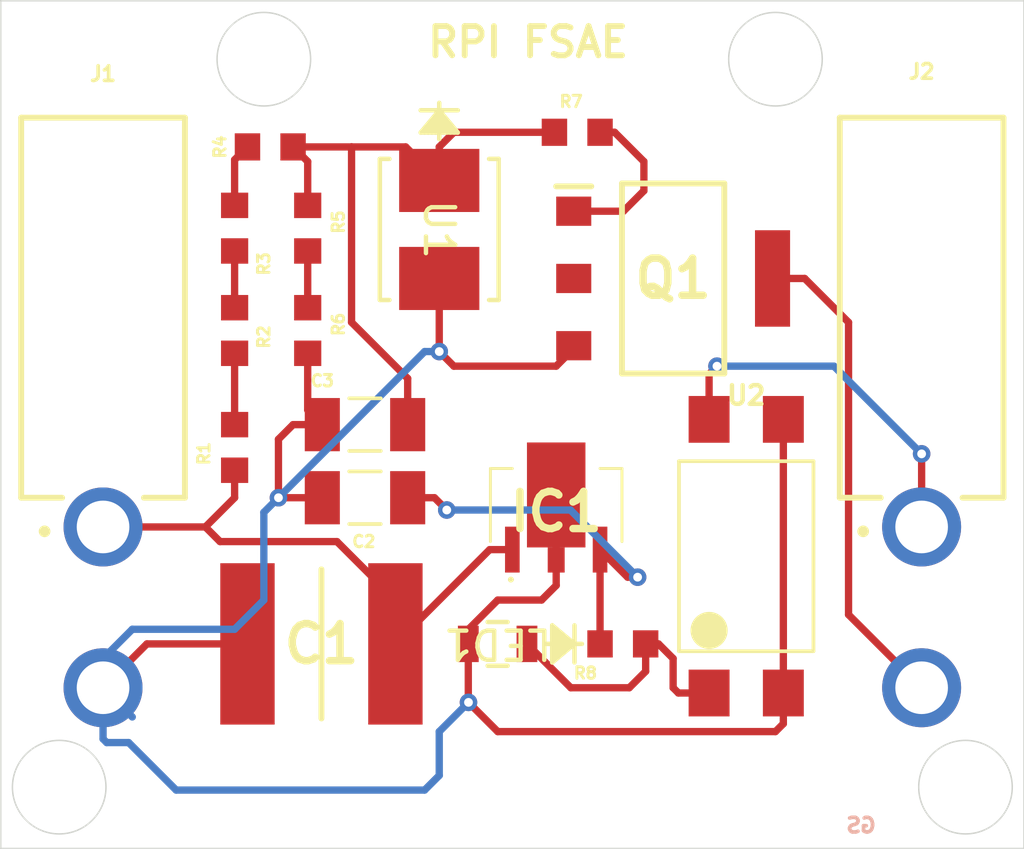
<source format=kicad_pcb>
(kicad_pcb (version 20240108) (generator "pcbnew") (generator_version "8.0")
  (title_block (title "Hight Voltage Indicator PCB") (date "2024-09-22") (rev "1") (company "RPI") (comment 1 "Gavin Silaika"))
  (layers (0 "F.Cu" signal) (31 "B.Cu" signal) (34 "B.Paste" user) (35 "F.Paste" user) (36 "B.SilkS" user "B.Silkscreen") (37 "F.SilkS" user "F.Silkscreen") (38 "B.Mask" user) (39 "F.Mask" user) (44 "Edge.Cuts" user))
  (net 0 "")
  (net 1 "/+HV")
  (net 2 "GND")
  (net 3 "Net-(IC1-VOUT)")
  (net 4 "Net-(J2-Pad1)")
  (net 5 "Net-(Q1-C_2)")
  (net 6 "Net-(R1-Pad2)")
  (net 7 "Net-(R2-Pad2)")
  (net 8 "Net-(R3-Pad2)")
  (net 9 "Net-(R5-Pad2)")
  (net 10 "Net-(Q1-B)")
  (net 12 "Net-(U1-CATHODE)")
  (net 13 "Net-(LED1-Pad1)")
  (footprint "KTR03EZPF2403:RESC1608X55N" (layer "F.Cu") (at 109.22 51)
    (property "Reference" "R4" (at -1.72 0 90) (layer "F.SilkS") (effects (font (size 0.393701 0.393701))))
    (property "Value" "240kΩ")
    (pad "1" smd rect (at -0.78 0) (size 0.87 0.93) (layers "F.Cu" "F.Paste" "F.Mask") (net 8 "Net-(R3-Pad2)"))
    (pad "2" smd rect (at 0.78 0) (size 0.87 0.93) (layers "F.Cu" "F.Paste" "F.Mask") (net 12 "Net-(U1-CATHODE)"))
  )
  (footprint "LTV_816S:SMD4-2.54-4.6X6.5MM" (layer "F.Cu") (at 125.5 65)
    (property "Reference" "U2" (at 0 -5.5 0) (layer "F.SilkS") (effects (font (size 0.6402 0.6402))))
    (property "Value" "SMD-PHOTOCOUPLER-5KV-LTV-816S_4P-4.6X6.5MM_" (hide yes))
    (property "VALUE" "LTV-816S" (hide yes))
    (fp_line (start -2.3 -3.25) (end 2.3 -3.25) (stroke (width 0.127)) (layer "F.SilkS"))
    (fp_line (start -2.3 3.25) (end -2.3 -3.25) (stroke (width 0.127)) (layer "F.SilkS"))
    (fp_line (start 2.3 -3.25) (end 2.3 3.25) (stroke (width 0.127)) (layer "F.SilkS"))
    (fp_line (start 2.3 3.25) (end -2.3 3.25) (stroke (width 0.127)) (layer "F.SilkS"))
    (fp_circle (center -1.27 2.54) (end -0.635 2.54) (fill solid) (layer "F.SilkS"))
    (pad "1" smd rect (at -1.27 4.68) (size 1.4 1.6) (layers "F.Cu" "F.Paste" "F.Mask") (net 13 "Net-(LED1-Pad1)"))
    (pad "2" smd rect (at 1.27 4.68) (size 1.4 1.6) (layers "F.Cu" "F.Paste" "F.Mask") (net 2 "GND"))
    (pad "3" smd rect (at 1.27 -4.68) (size 1.4 1.6) (layers "F.Cu" "F.Paste" "F.Mask") (net 2 "GND"))
    (pad "4" smd rect (at -1.27 -4.68) (size 1.4 1.6) (layers "F.Cu" "F.Paste" "F.Mask") (net 4 "Net-(J2-Pad1)"))
  )
  (footprint "SBCP56-16T1G:SOT230P700X175-4N" (layer "F.Cu") (at 123 55.5)
    (property "Reference" "Q1" (at 0 0 0) (layer "F.SilkS") (effects (font (size 1.27 1.27) (thickness 0.254))))
    (property "Value" "SBCP56-16T1G" (hide yes))
    (fp_line (start -4 -3.15) (end -2.8 -3.15) (stroke (width 0.2)) (layer "F.SilkS"))
    (fp_line (start -1.75 -3.25) (end 1.75 -3.25) (stroke (width 0.2)) (layer "F.SilkS"))
    (fp_line (start -1.75 3.25) (end -1.75 -3.25) (stroke (width 0.2)) (layer "F.SilkS"))
    (fp_line (start 1.75 -3.25) (end 1.75 3.25) (stroke (width 0.2)) (layer "F.SilkS"))
    (fp_line (start 1.75 3.25) (end -1.75 3.25) (stroke (width 0.2)) (layer "F.SilkS"))
    (pad "1" smd rect (at -3.4 -2.3 90) (size 1 1.2) (layers "F.Cu" "F.Paste" "F.Mask") (net 10 "Net-(Q1-B)"))
    (pad "2" smd rect (at -3.4 0 90) (size 1 1.2) (layers "F.Cu" "F.Paste" "F.Mask"))
    (pad "3" smd rect (at -3.4 2.3 90) (size 1 1.2) (layers "F.Cu" "F.Paste" "F.Mask") (net 2 "GND"))
    (pad "4" smd rect (at 3.4 0) (size 1.2 3.3) (layers "F.Cu" "F.Paste" "F.Mask") (net 5 "Net-(Q1-C_2)"))
  )
  (footprint "KTR03EZPF2403:RESC1608X55N" (layer "F.Cu") (at 108 57.28 90)
    (property "Reference" "R2" (at -0.22 1 90) (layer "F.SilkS") (effects (font (size 0.393701 0.393701))))
    (property "Value" "240kΩ")
    (pad "1" smd rect (at -0.78 0 90) (size 0.87 0.93) (layers "F.Cu" "F.Paste" "F.Mask") (net 6 "Net-(R1-Pad2)"))
    (pad "2" smd rect (at 0.78 0 90) (size 0.87 0.93) (layers "F.Cu" "F.Paste" "F.Mask") (net 7 "Net-(R2-Pad2)"))
  )
  (footprint "CMD17_21VRD_TR8:LED0805N_CML" (layer "F.Cu") (at 116.9967 68 180)
    (property "Reference" "LED1" (at 0 0 180) (layer "F.SilkS"))
    (property "Value" "CMD17-21VRD/TR8" (hide yes))
    (fp_line (start 0.34015 -0.7493) (end -0.34015 -0.7493) (stroke (width 0.1524)) (layer "F.SilkS"))
    (fp_line (start -0.34015 0.7493) (end 0.34015 0.7493) (stroke (width 0.1524)) (layer "F.SilkS"))
    (fp_line (start -1.69164 0) (end -2.8829 0) (stroke (width 0.1524)) (layer "F.SilkS"))
    (fp_line (start -1.8669 -0.635) (end -1.8669 0.635) (stroke (width 0.1524)) (layer "F.SilkS"))
    (fp_line (start -2.6289 0) (end -1.8669 0.635) (stroke (width 0.1524)) (layer "F.SilkS"))
    (fp_line (start -2.6289 0) (end -1.8669 0.508) (stroke (width 0.1524)) (layer "F.SilkS"))
    (fp_line (start -2.6289 0) (end -1.8669 0.381) (stroke (width 0.1524)) (layer "F.SilkS"))
    (fp_line (start -2.6289 0) (end -1.8669 0.254) (stroke (width 0.1524)) (layer "F.SilkS"))
    (fp_line (start -2.6289 0) (end -1.8669 0.127) (stroke (width 0.1524)) (layer "F.SilkS"))
    (fp_line (start -2.6289 0) (end -1.8669 -0.127) (stroke (width 0.1524)) (layer "F.SilkS"))
    (fp_line (start -2.6289 0) (end -1.8669 -0.254) (stroke (width 0.1524)) (layer "F.SilkS"))
    (fp_line (start -2.6289 0) (end -1.8669 -0.381) (stroke (width 0.1524)) (layer "F.SilkS"))
    (fp_line (start -2.6289 0) (end -1.8669 -0.508) (stroke (width 0.1524)) (layer "F.SilkS"))
    (fp_line (start -2.6289 0) (end -1.8669 -0.635) (stroke (width 0.1524)) (layer "F.SilkS"))
    (fp_line (start -2.6289 -0.635) (end -2.6289 0.635) (stroke (width 0.1524)) (layer "F.SilkS"))
    (pad "1" smd rect (at -1.0033 0 180) (size 0.7112 1.2446) (layers "F.Cu" "F.Paste" "F.Mask") (net 13 "Net-(LED1-Pad1)"))
    (pad "2" smd rect (at 1.0033 0 180) (size 0.7112 1.2446) (layers "F.Cu" "F.Paste" "F.Mask") (net 2 "GND"))
  )
  (footprint "NCP785AH120T1G:MC78L05ACHX_1" (layer "F.Cu") (at 119 64.5)
    (property "Reference" "IC1" (at 0 -1.02 0) (layer "F.SilkS") (effects (font (size 1.27 1.27) (thickness 0.254))))
    (property "Value" "NCP785AH120T1G" (hide yes))
    (fp_line (start -2.25 -2.5) (end -1.5 -2.5) (stroke (width 0.1)) (layer "F.SilkS"))
    (fp_line (start -2.25 0) (end -2.25 -2.5) (stroke (width 0.1)) (layer "F.SilkS"))
    (fp_line (start -1.6 1.3) (end -1.6 1.3) (stroke (width 0.1)) (layer "F.SilkS"))
    (fp_line (start -1.5 1.3) (end -1.5 1.3) (stroke (width 0.1)) (layer "F.SilkS"))
    (fp_line (start 2.25 -2.5) (end 1.5 -2.5) (stroke (width 0.1)) (layer "F.SilkS"))
    (fp_line (start 2.25 0) (end 2.25 -2.5) (stroke (width 0.1)) (layer "F.SilkS"))
    (fp_arc (start -1.6 1.3) (mid -1.55 1.25) (end -1.5 1.3) (stroke (width 0.1)) (layer "F.SilkS"))
    (fp_arc (start -1.5 1.3) (mid -1.55 1.35) (end -1.6 1.3) (stroke (width 0.1)) (layer "F.SilkS"))
    (pad "1" smd rect (at -1.5 0.275) (size 0.5 1.57) (layers "F.Cu" "F.Paste" "F.Mask") (net 1 "/+HV"))
    (pad "2" smd rect (at 0 0.63) (size 0.58 0.86) (layers "F.Cu" "F.Paste" "F.Mask") (net 2 "GND"))
    (pad "3" smd rect (at 1.5 0.275) (size 0.5 1.57) (layers "F.Cu" "F.Paste" "F.Mask") (net 3 "Net-(IC1-VOUT)"))
    (pad "4" smd rect (at 0 -1.595) (size 2 3.59) (layers "F.Cu" "F.Paste" "F.Mask") (net 2 "GND"))
  )
  (footprint "KR355WD7LP225MV01L:CAPC6153X670N" (layer "F.Cu") (at 110.97 68 180)
    (property "Reference" "C1" (at 0 0 0) (layer "F.SilkS") (effects (font (size 1.27 1.27) (thickness 0.254))))
    (property "Value" "2.2μf" (hide yes))
    (fp_line (start 0 -2.55) (end 0 2.55) (stroke (width 0.2)) (layer "F.SilkS"))
    (pad "1" smd rect (at -2.53 0 180) (size 1.86 5.52) (layers "F.Cu" "F.Paste" "F.Mask") (net 1 "/+HV"))
    (pad "2" smd rect (at 2.53 0 180) (size 1.86 5.52) (layers "F.Cu" "F.Paste" "F.Mask") (net 2 "GND"))
  )
  (footprint "KTR03EZPF1002:RESC1608X55N" (layer "F.Cu") (at 119.72 50.5)
    (property "Reference" "R7" (at -0.21 -1.05 0) (layer "F.SilkS") (effects (font (size 0.393701 0.393701))))
    (property "Value" "10kΩ")
    (pad "1" smd rect (at -0.78 0) (size 0.87 0.93) (layers "F.Cu" "F.Paste" "F.Mask") (net 12 "Net-(U1-CATHODE)"))
    (pad "2" smd rect (at 0.78 0) (size 0.87 0.93) (layers "F.Cu" "F.Paste" "F.Mask") (net 10 "Net-(Q1-B)"))
  )
  (footprint "KTR03EZPF2403:RESC1608X55N" (layer "F.Cu") (at 108 53.78 90)
    (property "Reference" "R3" (at -1.22 1 90) (layer "F.SilkS") (effects (font (size 0.393701 0.393701))))
    (property "Value" "240kΩ")
    (pad "1" smd rect (at -0.78 0 90) (size 0.87 0.93) (layers "F.Cu" "F.Paste" "F.Mask") (net 7 "Net-(R2-Pad2)"))
    (pad "2" smd rect (at 0.78 0 90) (size 0.87 0.93) (layers "F.Cu" "F.Paste" "F.Mask") (net 8 "Net-(R3-Pad2)"))
  )
  (footprint "KTR03EZPF2403:RESC1608X55N" (layer "F.Cu") (at 108 61.28 90)
    (property "Reference" "R1" (at -0.21 -1.05 90) (layer "F.SilkS") (effects (font (size 0.393701 0.393701))))
    (property "Value" "240kΩ")
    (pad "1" smd rect (at -0.78 0 90) (size 0.87 0.93) (layers "F.Cu" "F.Paste" "F.Mask") (net 1 "/+HV"))
    (pad "2" smd rect (at 0.78 0 90) (size 0.87 0.93) (layers "F.Cu" "F.Paste" "F.Mask") (net 6 "Net-(R1-Pad2)"))
  )
  (footprint "649002227222:649002227222" (layer "F.Cu") (at 103.5 56.5 180)
    (property "Reference" "J1" (at 0 8 180) (layer "F.SilkS") (effects (font (size 0.5 0.5) (thickness 0.125))))
    (property "Value" "649002227222")
    (fp_line (start 2.8 6.5) (end 2.8 -6.5) (stroke (width 0.2)) (layer "F.SilkS"))
    (fp_line (start 2.8 -6.5) (end 1.4 -6.5) (stroke (width 0.2)) (layer "F.SilkS"))
    (fp_line (start -1.4 -6.5) (end -2.8 -6.5) (stroke (width 0.2)) (layer "F.SilkS"))
    (fp_line (start -2.8 6.5) (end 2.8 6.5) (stroke (width 0.2)) (layer "F.SilkS"))
    (fp_line (start -2.8 -6.5) (end -2.8 6.5) (stroke (width 0.2)) (layer "F.SilkS"))
    (fp_circle (center 2 -7.65) (end 2.1 -7.65) (stroke (width 0.2)) (fill none) (layer "F.SilkS"))
    (pad "" np_thru_hole circle (at 0 -0.2 180) (size 3 3) (drill 3) (layers "*.Cu" "*.Mask"))
    (pad "1" thru_hole circle (at 0 -7.5 180) (size 2.7 2.7) (drill 1.8) (layers "*.Cu" "*.Mask") (net 1 "/+HV"))
    (pad "2" thru_hole circle (at 0 -13 180) (size 2.7 2.7) (drill 1.8) (layers "*.Cu" "*.Mask") (net 2 "GND"))
  )
  (footprint "KTR03EZPF1001:RESC1608X55N" (layer "F.Cu") (at 121.28 68)
    (property "Reference" "R8" (at -1.28 1 0) (layer "F.SilkS") (effects (font (size 0.393701 0.393701))))
    (property "Value" "1kΩ")
    (pad "1" smd rect (at -0.78 0) (size 0.87 0.93) (layers "F.Cu" "F.Paste" "F.Mask") (net 3 "Net-(IC1-VOUT)"))
    (pad "2" smd rect (at 0.78 0) (size 0.87 0.93) (layers "F.Cu" "F.Paste" "F.Mask") (net 13 "Net-(LED1-Pad1)"))
  )
  (footprint "1SMB5927BT3G:SMB_ONS" (layer "F.Cu") (at 115 53.8236 -90)
    (property "Reference" "U1" (at 0 0 -90) (layer "F.SilkS"))
    (property "Value" "1SMB5927BT3G" (hide yes))
    (fp_line (start -2.413 2.032) (end 2.413 2.032) (stroke (width 0.1524)) (layer "F.SilkS"))
    (fp_line (start 2.413 2.032) (end 2.413 1.70434) (stroke (width 0.1524)) (layer "F.SilkS"))
    (fp_line (start -2.413 1.70434) (end -2.413 2.032) (stroke (width 0.1524)) (layer "F.SilkS"))
    (fp_line (start -4.0767 0) (end -3.3147 0.635) (stroke (width 0.1524)) (layer "F.SilkS"))
    (fp_line (start -4.0767 0) (end -3.3147 0.508) (stroke (width 0.1524)) (layer "F.SilkS"))
    (fp_line (start -4.0767 0) (end -3.3147 0.381) (stroke (width 0.1524)) (layer "F.SilkS"))
    (fp_line (start -4.0767 0) (end -3.3147 0.254) (stroke (width 0.1524)) (layer "F.SilkS"))
    (fp_line (start -4.0767 0) (end -3.3147 0.127) (stroke (width 0.1524)) (layer "F.SilkS"))
    (fp_line (start -4.0767 0) (end -3.3147 -0.127) (stroke (width 0.1524)) (layer "F.SilkS"))
    (fp_line (start -4.0767 0) (end -3.3147 -0.254) (stroke (width 0.1524)) (layer "F.SilkS"))
    (fp_line (start -4.0767 0) (end -3.3147 -0.381) (stroke (width 0.1524)) (layer "F.SilkS"))
    (fp_line (start -4.0767 0) (end -3.3147 -0.508) (stroke (width 0.1524)) (layer "F.SilkS"))
    (fp_line (start -4.0767 0) (end -3.3147 -0.635) (stroke (width 0.1524)) (layer "F.SilkS"))
    (fp_line (start -3.08864 0) (end -4.3307 0) (stroke (width 0.1524)) (layer "F.SilkS"))
    (fp_line (start -4.0767 -0.635) (end -4.0767 0.635) (stroke (width 0.1524)) (layer "F.SilkS"))
    (fp_line (start -3.3147 -0.635) (end -3.3147 0.635) (stroke (width 0.1524)) (layer "F.SilkS"))
    (fp_line (start 2.413 -1.70434) (end 2.413 -2.032) (stroke (width 0.1524)) (layer "F.SilkS"))
    (fp_line (start -2.413 -2.032) (end -2.413 -1.70434) (stroke (width 0.1524)) (layer "F.SilkS"))
    (fp_line (start 2.413 -2.032) (end -2.413 -2.032) (stroke (width 0.1524)) (layer "F.SilkS"))
    (pad "1" smd rect (at -1.6764 0 270) (size 2.159 2.7432) (layers "F.Cu" "F.Paste" "F.Mask") (net 12 "Net-(U1-CATHODE)"))
    (pad "2" smd rect (at 1.6764 0 270) (size 2.159 2.7432) (layers "F.Cu" "F.Paste" "F.Mask") (net 2 "GND"))
  )
  (footprint "649002227222:649002227222" (layer "F.Cu") (at 131.5 56.5 180)
    (property "Reference" "J2" (at 0 8.075 180) (layer "F.SilkS") (effects (font (size 0.5 0.5) (thickness 0.125))))
    (property "Value" "649002227222")
    (fp_line (start 2.8 6.5) (end 2.8 -6.5) (stroke (width 0.2)) (layer "F.SilkS"))
    (fp_line (start 2.8 -6.5) (end 1.4 -6.5) (stroke (width 0.2)) (layer "F.SilkS"))
    (fp_line (start -1.4 -6.5) (end -2.8 -6.5) (stroke (width 0.2)) (layer "F.SilkS"))
    (fp_line (start -2.8 6.5) (end 2.8 6.5) (stroke (width 0.2)) (layer "F.SilkS"))
    (fp_line (start -2.8 -6.5) (end -2.8 6.5) (stroke (width 0.2)) (layer "F.SilkS"))
    (fp_circle (center 2 -7.65) (end 2.1 -7.65) (stroke (width 0.2)) (fill none) (layer "F.SilkS"))
    (pad "" np_thru_hole circle (at 0 -0.2 180) (size 3 3) (drill 3) (layers "*.Cu" "*.Mask"))
    (pad "1" thru_hole circle (at 0 -7.5 180) (size 2.7 2.7) (drill 1.8) (layers "*.Cu" "*.Mask") (net 4 "Net-(J2-Pad1)"))
    (pad "2" thru_hole circle (at 0 -13 180) (size 2.7 2.7) (drill 1.8) (layers "*.Cu" "*.Mask") (net 5 "Net-(Q1-C_2)"))
  )
  (footprint "CL31A226KAHNNNE:CAPC3216X180N" (layer "F.Cu") (at 112.46 63 180)
    (property "Reference" "C2" (at 0.04 -1.5 0) (layer "F.SilkS") (effects (font (size 0.393701 0.393701))))
    (property "Value" "22μf")
    (fp_line (start -0.54 0.9) (end 0.54 0.9) (stroke (width 0.127)) (layer "F.SilkS"))
    (fp_line (start -0.54 -0.9) (end 0.54 -0.9) (stroke (width 0.127)) (layer "F.SilkS"))
    (pad "1" smd rect (at -1.46 0 180) (size 1.2 1.82) (layers "F.Cu" "F.Paste" "F.Mask") (net 3 "Net-(IC1-VOUT)"))
    (pad "2" smd rect (at 1.46 0 180) (size 1.2 1.82) (layers "F.Cu" "F.Paste" "F.Mask") (net 2 "GND"))
  )
  (footprint "CL31A226KAHNNNE:CAPC3216X180N" (layer "F.Cu") (at 112.46 60.5 180)
    (property "Reference" "C3" (at 1.46 1.5 180) (layer "F.SilkS") (effects (font (size 0.393701 0.393701))))
    (property "Value" "22μf")
    (fp_line (start -0.54 0.9) (end 0.54 0.9) (stroke (width 0.127)) (layer "F.SilkS"))
    (fp_line (start -0.54 -0.9) (end 0.54 -0.9) (stroke (width 0.127)) (layer "F.SilkS"))
    (pad "1" smd rect (at -1.46 0 180) (size 1.2 1.82) (layers "F.Cu" "F.Paste" "F.Mask") (net 12 "Net-(U1-CATHODE)"))
    (pad "2" smd rect (at 1.46 0 180) (size 1.2 1.82) (layers "F.Cu" "F.Paste" "F.Mask") (net 2 "GND"))
  )
  (footprint "KTR03EZPF1001:RESC1608X55N" (layer "F.Cu") (at 110.5 57.28 -90)
    (property "Reference" "R6" (at -0.21 -1.05 90) (layer "F.SilkS") (effects (font (size 0.393701 0.393701))))
    (property "Value" "1kΩ")
    (pad "1" smd rect (at -0.78 0 270) (size 0.87 0.93) (layers "F.Cu" "F.Paste" "F.Mask") (net 9 "Net-(R5-Pad2)"))
    (pad "2" smd rect (at 0.78 0 270) (size 0.87 0.93) (layers "F.Cu" "F.Paste" "F.Mask") (net 2 "GND"))
  )
  (footprint "KTR03EZPF2002:RESC1608X55N" (layer "F.Cu") (at 110.5 53.78 -90)
    (property "Reference" "R5" (at -0.21 -1.05 90) (layer "F.SilkS") (effects (font (size 0.393701 0.393701))))
    (property "Value" "20kΩ")
    (pad "1" smd rect (at -0.78 0 270) (size 0.87 0.93) (layers "F.Cu" "F.Paste" "F.Mask") (net 12 "Net-(U1-CATHODE)"))
    (pad "2" smd rect (at 0.78 0 270) (size 0.87 0.93) (layers "F.Cu" "F.Paste" "F.Mask") (net 9 "Net-(R5-Pad2)"))
  )
  (gr_circle (center 102 72.9) (end 102 74.5) (stroke (width 0.05)) (fill none) (layer "Edge.Cuts"))
  (gr_circle (center 126.5 48) (end 128.1 48) (stroke (width 0.05)) (fill none) (layer "Edge.Cuts"))
  (gr_circle (center 109 48) (end 110.6 48) (stroke (width 0.05)) (fill none) (layer "Edge.Cuts"))
  (gr_line (start 100 75) (end 135 75) (stroke (width 0.05)) (layer "Edge.Cuts"))
  (gr_line (start 100 46) (end 100 75) (stroke (width 0.05)) (layer "Edge.Cuts"))
  (gr_circle (center 133 72.9) (end 134.6 72.9) (stroke (width 0.05)) (fill none) (layer "Edge.Cuts"))
  (gr_line (start 135 75) (end 135 46) (stroke (width 0.05)) (layer "Edge.Cuts"))
  (gr_line (start 135 46) (end 100 46) (stroke (width 0.05)) (layer "Edge.Cuts"))
  (gr_text "GS" (at 130 74.5 0) (layer "B.SilkS") (effects (font (size 0.5 0.5) (thickness 0.125) (bold yes)) (justify left bottom mirror)))
  (gr_text "RPI FSAE" (at 114.5 48 0) (layer "F.SilkS") (effects (font (size 1 1) (thickness 0.2) (bold yes)) (justify left bottom)))
  (segment (start 107.5 64.5) (end 111.5 64.5) (width 0.25) (layer "F.Cu") (net 1))
  (segment (start 108 63) (end 108 62.06) (width 0.25) (layer "F.Cu") (net 1))
  (segment (start 103.5 64) (end 107 64) (width 0.25) (layer "F.Cu") (net 1))
  (segment (start 113.5 68) (end 116.725 64.775) (width 0.25) (layer "F.Cu") (net 1))
  (segment (start 107 64) (end 108 63) (width 0.25) (layer "F.Cu") (net 1))
  (segment (start 116.725 64.775) (end 117.5 64.775) (width 0.25) (layer "F.Cu") (net 1))
  (segment (start 107 64) (end 107.5 64.5) (width 0.25) (layer "F.Cu") (net 1))
  (segment (start 113.5 66.5) (end 113.5 68) (width 0.25) (layer "F.Cu") (net 1))
  (segment (start 111.5 64.5) (end 113.5 66.5) (width 0.25) (layer "F.Cu") (net 1))
  (segment (start 126.77 69.68) (end 126.77 70.73) (width 0.25) (layer "F.Cu") (net 2))
  (segment (start 115.5 58.5) (end 115 58) (width 0.25) (layer "F.Cu") (net 2))
  (segment (start 117 71) (end 116 70) (width 0.25) (layer "F.Cu") (net 2))
  (segment (start 115.9934 69.9934) (end 116 70) (width 0.25) (layer "F.Cu") (net 2))
  (segment (start 119 66) (end 118.5 66.5) (width 0.25) (layer "F.Cu") (net 2))
  (segment (start 119 58.5) (end 115.5 58.5) (width 0.25) (layer "F.Cu") (net 2))
  (segment (start 115 55.5) (end 115 58) (width 0.25) (layer "F.Cu") (net 2))
  (segment (start 119.6 57.9) (end 119 58.5) (width 0.25) (layer "F.Cu") (net 2))
  (segment (start 110.5 60) (end 111 60.5) (width 0.25) (layer "F.Cu") (net 2))
  (segment (start 115.9934 67.5066) (end 115.9934 68) (width 0.25) (layer "F.Cu") (net 2))
  (segment (start 119 62.905) (end 119 65.13) (width 0.25) (layer "F.Cu") (net 2))
  (segment (start 110 60.5) (end 109.5 61) (width 0.25) (layer "F.Cu") (net 2))
  (segment (start 111 63) (end 109.5 63) (width 0.25) (layer "F.Cu") (net 2))
  (segment (start 119 65.13) (end 119 66) (width 0.25) (layer "F.Cu") (net 2))
  (segment (start 119.6 57.8) (end 119.6 57.9) (width 0.25) (layer "F.Cu") (net 2))
  (segment (start 126.77 60.32) (end 126.77 69.68) (width 0.25) (layer "F.Cu") (net 2))
  (segment (start 126.5 71) (end 117 71) (width 0.25) (layer "F.Cu") (net 2))
  (segment (start 109.5 61) (end 109.5 63) (width 0.25) (layer "F.Cu") (net 2))
  (segment (start 117 66.5) (end 115.9934 67.5066) (width 0.25) (layer "F.Cu") (net 2))
  (segment (start 108.44 68) (end 105 68) (width 0.25) (layer "F.Cu") (net 2))
  (segment (start 110.5 58.06) (end 110.5 60) (width 0.25) (layer "F.Cu") (net 2))
  (segment (start 115.9934 68) (end 115.9934 69.9934) (width 0.25) (layer "F.Cu") (net 2))
  (segment (start 111 60.5) (end 110 60.5) (width 0.25) (layer "F.Cu") (net 2))
  (segment (start 118.5 66.5) (end 117 66.5) (width 0.25) (layer "F.Cu") (net 2))
  (segment (start 105 68) (end 103.5 69.5) (width 0.25) (layer "F.Cu") (net 2))
  (segment (start 126.77 70.73) (end 126.5 71) (width 0.25) (layer "F.Cu") (net 2))
  (via (at 116 70) (size 0.6) (drill 0.3) (layers "F.Cu" "B.Cu") (net 2))
  (via (at 109.5 63) (size 0.6) (drill 0.3) (layers "F.Cu" "B.Cu") (net 2))
  (via (at 115 58) (size 0.6) (drill 0.3) (layers "F.Cu" "B.Cu") (net 2))
  (segment (start 115 71) (end 115 72.5) (width 0.25) (layer "B.Cu") (net 2))
  (segment (start 103.625105 71.374896) (end 103.5 71.249791) (width 0.25) (layer "B.Cu") (net 2))
  (segment (start 109.5 63) (end 109 63.5) (width 0.25) (layer "B.Cu") (net 2))
  (segment (start 109 64.5) (end 109 66.5) (width 0.25) (layer "B.Cu") (net 2))
  (segment (start 114.5 58) (end 109.5 63) (width 0.25) (layer "B.Cu") (net 2))
  (segment (start 115 58) (end 114.5 58) (width 0.25) (layer "B.Cu") (net 2))
  (segment (start 108 67.5) (end 104.5 67.5) (width 0.25) (layer "B.Cu") (net 2))
  (segment (start 103.5 68.5) (end 103.5 69.5) (width 0.25) (layer "B.Cu") (net 2))
  (segment (start 115 72.5) (end 114.5 73) (width 0.25) (layer "B.Cu") (net 2))
  (segment (start 106 73) (end 104.374896 71.374896) (width 0.25) (layer "B.Cu") (net 2))
  (segment (start 116 70) (end 115 71) (width 0.25) (layer "B.Cu") (net 2))
  (segment (start 114.5 73) (end 106 73) (width 0.25) (layer "B.Cu") (net 2))
  (segment (start 109 66.5) (end 108 67.5) (width 0.25) (layer "B.Cu") (net 2))
  (segment (start 104.5 67.5) (end 103.5 68.5) (width 0.25) (layer "B.Cu") (net 2))
  (segment (start 104.5 70.5) (end 103.5 69.5) (width 0.25) (layer "B.Cu") (net 2))
  (segment (start 103.5 71.249791) (end 103.5 69.5) (width 0.25) (layer "B.Cu") (net 2))
  (segment (start 104.374896 71.374896) (end 103.625105 71.374896) (width 0.25) (layer "B.Cu") (net 2))
  (segment (start 109 63.5) (end 109 64.5) (width 0.25) (layer "B.Cu") (net 2))
  (segment (start 113.92 63) (end 114.836915 63) (width 0.25) (layer "F.Cu") (net 3))
  (segment (start 114.836915 63) (end 115.257253 63.420338) (width 0.25) (layer "F.Cu") (net 3))
  (segment (start 120.5 64.775) (end 120.5 68) (width 0.25) (layer "F.Cu") (net 3))
  (segment (start 121.44291 65.71791) (end 120.5 64.775) (width 0.25) (layer "F.Cu") (net 3))
  (segment (start 121.784935 65.71791) (end 121.44291 65.71791) (width 0.25) (layer "F.Cu") (net 3))
  (via (at 115.257253 63.420338) (size 0.6) (drill 0.3) (layers "F.Cu" "B.Cu") (net 3))
  (via (at 121.784935 65.71791) (size 0.6) (drill 0.3) (layers "F.Cu" "B.Cu") (net 3))
  (segment (start 121.784935 65.71791) (end 119.487363 63.420338) (width 0.25) (layer "B.Cu") (net 3))
  (segment (start 119.487363 63.420338) (end 115.257253 63.420338) (width 0.25) (layer "B.Cu") (net 3))
  (segment (start 124.23 58.77) (end 124.5 58.5) (width 0.25) (layer "F.Cu") (net 4))
  (segment (start 124.23 60.32) (end 124.23 58.77) (width 0.25) (layer "F.Cu") (net 4))
  (segment (start 131.5 64) (end 131.5 61.5) (width 0.25) (layer "F.Cu") (net 4))
  (via (at 131.5 61.5) (size 0.6) (drill 0.3) (layers "F.Cu" "B.Cu") (net 4))
  (via (at 124.5 58.5) (size 0.6) (drill 0.3) (layers "F.Cu" "B.Cu") (net 4))
  (segment (start 128.5 58.5) (end 131.5 61.5) (width 0.25) (layer "B.Cu") (net 4))
  (segment (start 124.5 58.5) (end 128.5 58.5) (width 0.25) (layer "B.Cu") (net 4))
  (segment (start 126.4 55.5) (end 127.5 55.5) (width 0.25) (layer "F.Cu") (net 5))
  (segment (start 129 67) (end 131.5 69.5) (width 0.25) (layer "F.Cu") (net 5))
  (segment (start 127.5 55.5) (end 129 57) (width 0.25) (layer "F.Cu") (net 5))
  (segment (start 129 57) (end 129 67) (width 0.25) (layer "F.Cu") (net 5))
  (segment (start 108 60.5) (end 108 58.06) (width 0.25) (layer "F.Cu") (net 6))
  (segment (start 108 56.5) (end 108 54.56) (width 0.25) (layer "F.Cu") (net 7))
  (segment (start 108 53) (end 108 51.44) (width 0.25) (layer "F.Cu") (net 8))
  (segment (start 108 51.44) (end 108.44 51) (width 0.25) (layer "F.Cu") (net 8))
  (segment (start 110.5 54.56) (end 110.5 56.5) (width 0.25) (layer "F.Cu") (net 9))
  (segment (start 119.6 53.2) (end 121.3 53.2) (width 0.25) (layer "F.Cu") (net 10))
  (segment (start 121 50.5) (end 120.5 50.5) (width 0.25) (layer "F.Cu") (net 10))
  (segment (start 122 52.5) (end 122 51.5) (width 0.25) (layer "F.Cu") (net 10))
  (segment (start 122 51.5) (end 121 50.5) (width 0.25) (layer "F.Cu") (net 10))
  (segment (start 121.3 53.2) (end 122 52.5) (width 0.25) (layer "F.Cu") (net 10))
  (segment (start 112 51) (end 112 57) (width 0.25) (layer "F.Cu") (net 12))
  (segment (start 115.5 50.5) (end 115 51) (width 0.25) (layer "F.Cu") (net 12))
  (segment (start 110 51) (end 112 51) (width 0.25) (layer "F.Cu") (net 12))
  (segment (start 113.8528 51) (end 115 52.1472) (width 0.25) (layer "F.Cu") (net 12))
  (segment (start 115.5 50.5) (end 118.94 50.5) (width 0.25) (layer "F.Cu") (net 12))
  (segment (start 113.92 58.92) (end 113.92 60.5) (width 0.25) (layer "F.Cu") (net 12))
  (segment (start 110 51) (end 110.5 51.5) (width 0.25) (layer "F.Cu") (net 12))
  (segment (start 110.5 51.5) (end 110.5 53) (width 0.25) (layer "F.Cu") (net 12))
  (segment (start 115 52.1472) (end 115 51) (width 0.25) (layer "F.Cu") (net 12))
  (segment (start 112 51) (end 113.8528 51) (width 0.25) (layer "F.Cu") (net 12))
  (segment (start 112 57) (end 113.92 58.92) (width 0.25) (layer "F.Cu") (net 12))
  (segment (start 119.5 69.5) (end 118 68) (width 0.25) (layer "F.Cu") (net 13))
  (segment (start 122.5 68) (end 123 68.5) (width 0.25) (layer "F.Cu") (net 13))
  (segment (start 122.06 68) (end 122.06 68.94) (width 0.25) (layer "F.Cu") (net 13))
  (segment (start 122.06 68) (end 122.5 68) (width 0.25) (layer "F.Cu") (net 13))
  (segment (start 123 69.5) (end 123.18 69.68) (width 0.25) (layer "F.Cu") (net 13))
  (segment (start 122.06 68.94) (end 121.5 69.5) (width 0.25) (layer "F.Cu") (net 13))
  (segment (start 123.18 69.68) (end 124.23 69.68) (width 0.25) (layer "F.Cu") (net 13))
  (segment (start 121.5 69.5) (end 119.5 69.5) (width 0.25) (layer "F.Cu") (net 13))
  (segment (start 123 68.5) (end 123 69.5) (width 0.25) (layer "F.Cu") (net 13))
)
</source>
